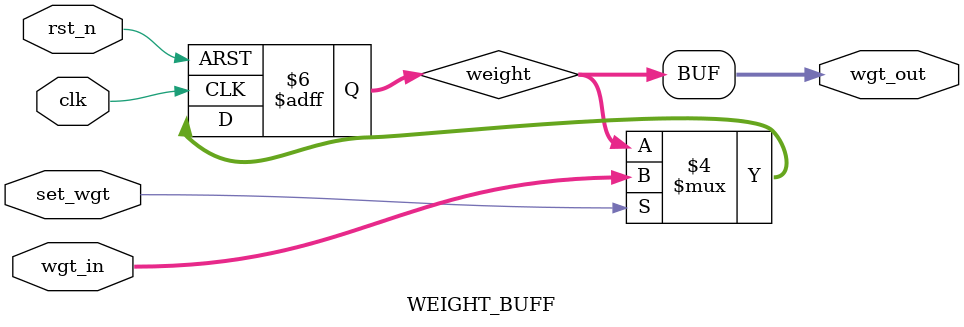
<source format=v>
module WEIGHT_BUFF #(parameter DATA_WIDTH = 8) (
		input clk
	 ,input rst_n
	 ,input set_wgt
	 ,input  [DATA_WIDTH-1:0] wgt_in
	 ,output [DATA_WIDTH-1:0] wgt_out
	 );

	reg [DATA_WIDTH-1:0] weight;
	
	always @(posedge clk or negedge rst_n) begin
		if(!rst_n) begin
			weight <= 0;
		end
		else if(set_wgt) begin
			weight <= wgt_in;
		end
		else begin
			weight <= weight;
		end
  end

	assign wgt_out = weight;
endmodule

</source>
